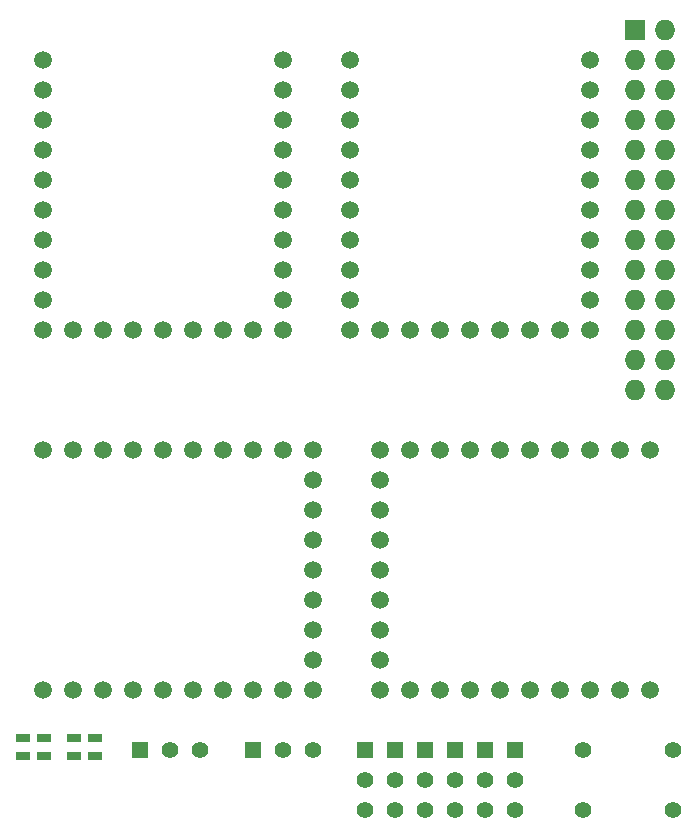
<source format=gts>
%FSLAX46Y46*%
G04 Gerber Fmt 4.6, Leading zero omitted, Abs format (unit mm)*
G04 Created by KiCad (PCBNEW (2014-08-05 BZR 5054)-product) date sáb 13 sep 2014 14:22:07 COT*
%MOMM*%
G01*
G04 APERTURE LIST*
%ADD10C,0.100000*%
%ADD11R,1.727200X1.727200*%
%ADD12O,1.727200X1.727200*%
%ADD13R,1.143000X0.635000*%
%ADD14R,1.397000X1.397000*%
%ADD15C,1.397000*%
%ADD16C,1.500000*%
G04 APERTURE END LIST*
D10*
D11*
X153670000Y-83820000D03*
D12*
X156210000Y-83820000D03*
X153670000Y-86360000D03*
X156210000Y-86360000D03*
X153670000Y-88900000D03*
X156210000Y-88900000D03*
X153670000Y-91440000D03*
X156210000Y-91440000D03*
X153670000Y-93980000D03*
X156210000Y-93980000D03*
X153670000Y-96520000D03*
X156210000Y-96520000D03*
X153670000Y-99060000D03*
X156210000Y-99060000D03*
X153670000Y-101600000D03*
X156210000Y-101600000D03*
X153670000Y-104140000D03*
X156210000Y-104140000D03*
X153670000Y-106680000D03*
X156210000Y-106680000D03*
X153670000Y-109220000D03*
X156210000Y-109220000D03*
X153670000Y-111760000D03*
X156210000Y-111760000D03*
X153670000Y-114300000D03*
X156210000Y-114300000D03*
D13*
X107950000Y-143764000D03*
X107950000Y-145288000D03*
X103632000Y-143764000D03*
X103632000Y-145288000D03*
X106172000Y-145288000D03*
X106172000Y-143764000D03*
X101854000Y-145288000D03*
X101854000Y-143764000D03*
D14*
X121285000Y-144780000D03*
D15*
X123825000Y-144780000D03*
X126365000Y-144780000D03*
D14*
X111760000Y-144780000D03*
D15*
X114300000Y-144780000D03*
X116840000Y-144780000D03*
X156845000Y-144780000D03*
X156845000Y-149860000D03*
X149225000Y-144780000D03*
X149225000Y-149860000D03*
D16*
X103505000Y-119380000D03*
X106045000Y-119380000D03*
X108585000Y-119380000D03*
X111125000Y-119380000D03*
X113665000Y-119380000D03*
X116205000Y-119380000D03*
X118745000Y-119380000D03*
X121285000Y-119380000D03*
X123825000Y-119380000D03*
X126365000Y-119380000D03*
X126365000Y-121920000D03*
X126365000Y-124460000D03*
X126365000Y-127000000D03*
X126365000Y-129540000D03*
X126365000Y-132080000D03*
X126365000Y-134620000D03*
X126365000Y-137160000D03*
X126365000Y-139700000D03*
X123825000Y-139700000D03*
X121285000Y-139700000D03*
X118745000Y-139700000D03*
X116205000Y-139700000D03*
X113665000Y-139700000D03*
X111125000Y-139700000D03*
X108585000Y-139700000D03*
X106045000Y-139700000D03*
X103505000Y-139700000D03*
X123825000Y-86360000D03*
X123825000Y-88900000D03*
X123825000Y-91440000D03*
X123825000Y-93980000D03*
X123825000Y-96520000D03*
X123825000Y-99060000D03*
X123825000Y-101600000D03*
X123825000Y-104140000D03*
X123825000Y-106680000D03*
X123825000Y-109220000D03*
X121285000Y-109220000D03*
X118745000Y-109220000D03*
X116205000Y-109220000D03*
X113665000Y-109220000D03*
X111125000Y-109220000D03*
X108585000Y-109220000D03*
X106045000Y-109220000D03*
X103505000Y-109220000D03*
X103505000Y-106680000D03*
X103505000Y-104140000D03*
X103505000Y-101600000D03*
X103505000Y-99060000D03*
X103505000Y-96520000D03*
X103505000Y-93980000D03*
X103505000Y-91440000D03*
X103505000Y-88900000D03*
X103505000Y-86360000D03*
X149860000Y-86360000D03*
X149860000Y-88900000D03*
X149860000Y-91440000D03*
X149860000Y-93980000D03*
X149860000Y-96520000D03*
X149860000Y-99060000D03*
X149860000Y-101600000D03*
X149860000Y-104140000D03*
X149860000Y-106680000D03*
X149860000Y-109220000D03*
X147320000Y-109220000D03*
X144780000Y-109220000D03*
X142240000Y-109220000D03*
X139700000Y-109220000D03*
X137160000Y-109220000D03*
X134620000Y-109220000D03*
X132080000Y-109220000D03*
X129540000Y-109220000D03*
X129540000Y-106680000D03*
X129540000Y-104140000D03*
X129540000Y-101600000D03*
X129540000Y-99060000D03*
X129540000Y-96520000D03*
X129540000Y-93980000D03*
X129540000Y-91440000D03*
X129540000Y-88900000D03*
X129540000Y-86360000D03*
X154940000Y-139700000D03*
X152400000Y-139700000D03*
X149860000Y-139700000D03*
X147320000Y-139700000D03*
X144780000Y-139700000D03*
X142240000Y-139700000D03*
X139700000Y-139700000D03*
X137160000Y-139700000D03*
X134620000Y-139700000D03*
X132080000Y-139700000D03*
X132080000Y-137160000D03*
X132080000Y-134620000D03*
X132080000Y-132080000D03*
X132080000Y-129540000D03*
X132080000Y-127000000D03*
X132080000Y-124460000D03*
X132080000Y-121920000D03*
X132080000Y-119380000D03*
X134620000Y-119380000D03*
X137160000Y-119380000D03*
X139700000Y-119380000D03*
X142240000Y-119380000D03*
X144780000Y-119380000D03*
X147320000Y-119380000D03*
X149860000Y-119380000D03*
X152400000Y-119380000D03*
X154940000Y-119380000D03*
D14*
X143510000Y-144780000D03*
D15*
X143510000Y-147320000D03*
X143510000Y-149860000D03*
D14*
X135890000Y-144780000D03*
D15*
X135890000Y-147320000D03*
X135890000Y-149860000D03*
D14*
X140970000Y-144780000D03*
D15*
X140970000Y-147320000D03*
X140970000Y-149860000D03*
D14*
X133350000Y-144780000D03*
D15*
X133350000Y-147320000D03*
X133350000Y-149860000D03*
D14*
X138430000Y-144780000D03*
D15*
X138430000Y-147320000D03*
X138430000Y-149860000D03*
D14*
X130810000Y-144780000D03*
D15*
X130810000Y-147320000D03*
X130810000Y-149860000D03*
M02*

</source>
